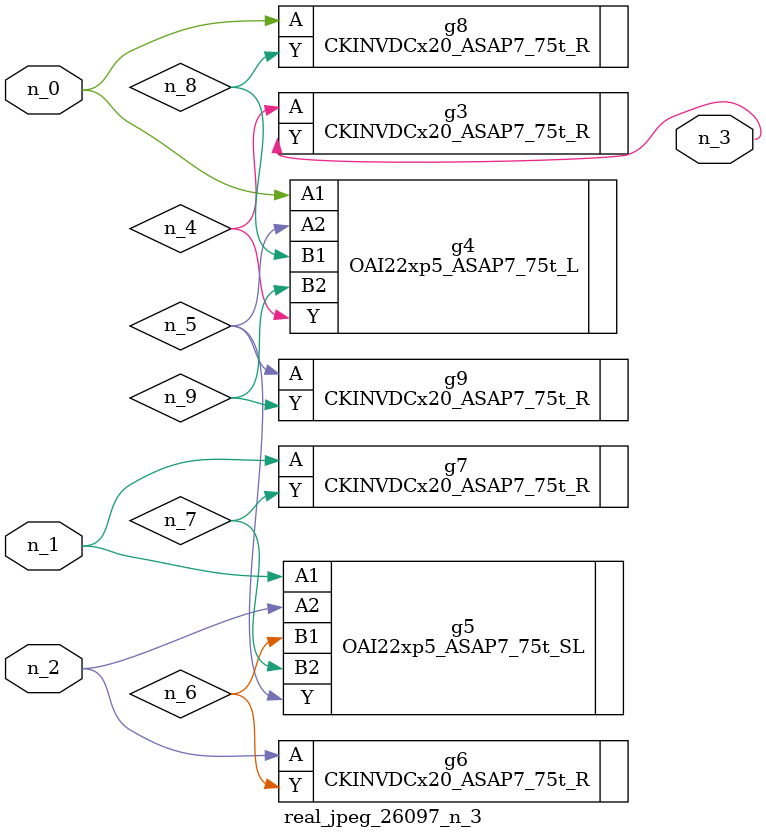
<source format=v>
module real_jpeg_26097_n_3 (n_1, n_0, n_2, n_3);

input n_1;
input n_0;
input n_2;

output n_3;

wire n_5;
wire n_8;
wire n_4;
wire n_6;
wire n_7;
wire n_9;

OAI22xp5_ASAP7_75t_L g4 ( 
.A1(n_0),
.A2(n_5),
.B1(n_8),
.B2(n_9),
.Y(n_4)
);

CKINVDCx20_ASAP7_75t_R g8 ( 
.A(n_0),
.Y(n_8)
);

OAI22xp5_ASAP7_75t_SL g5 ( 
.A1(n_1),
.A2(n_2),
.B1(n_6),
.B2(n_7),
.Y(n_5)
);

CKINVDCx20_ASAP7_75t_R g7 ( 
.A(n_1),
.Y(n_7)
);

CKINVDCx20_ASAP7_75t_R g6 ( 
.A(n_2),
.Y(n_6)
);

CKINVDCx20_ASAP7_75t_R g3 ( 
.A(n_4),
.Y(n_3)
);

CKINVDCx20_ASAP7_75t_R g9 ( 
.A(n_5),
.Y(n_9)
);


endmodule
</source>
